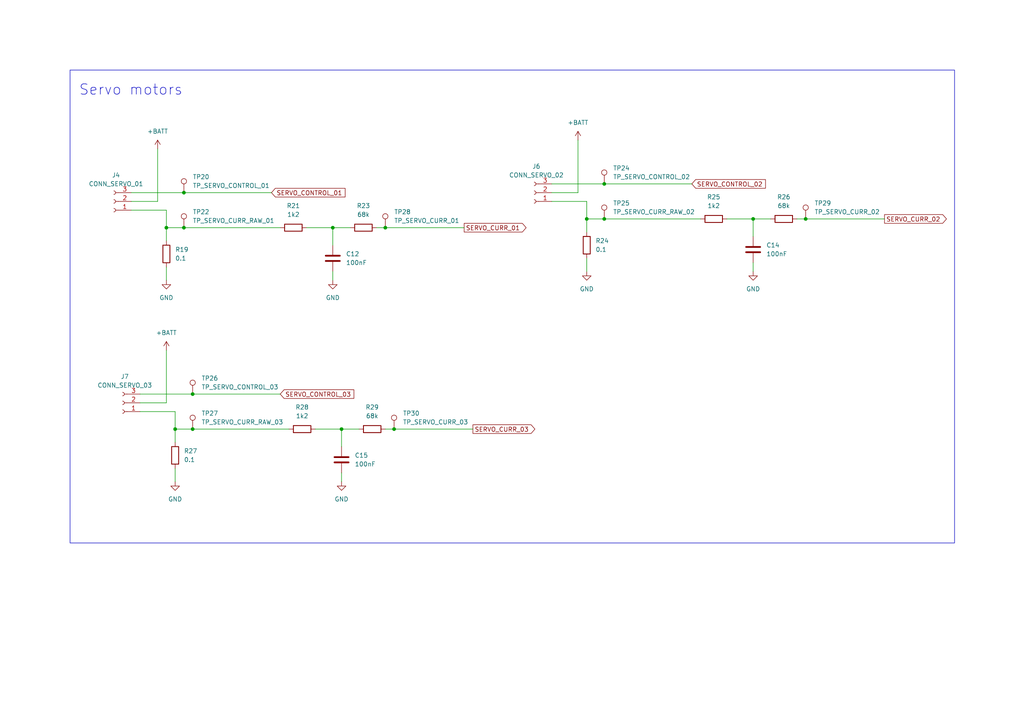
<source format=kicad_sch>
(kicad_sch (version 20230121) (generator eeschema)
  (paper "A4")
  (lib_symbols
    (symbol "Connector:Conn_01x03_Socket" (pin_names (offset 1.016) hide)
      (property "Reference" "J" (at 0 5.08 0))
      (property "Value" "Conn_01x03_Socket" (at 0 -5.08 0))
      (symbol "Conn_01x03_Socket_1_1"
        (arc (start 0 -2.032) (mid -0.5058 -2.54) (end 0 -3.048) (stroke (width 0.1524)))
        (polyline (pts (xy -1.27 -2.54) (xy -0.508 -2.54)) (stroke (width 0.1524)))
        (polyline (pts (xy -1.27 0) (xy -0.508 0)) (stroke (width 0.1524)))
        (polyline (pts (xy -1.27 2.54) (xy -0.508 2.54)) (stroke (width 0.1524)))
        (arc (start 0 0.508) (mid -0.5058 0) (end 0 -0.508) (stroke (width 0.1524)))
        (arc (start 0 3.048) (mid -0.5058 2.54) (end 0 2.032) (stroke (width 0.1524)))
        (pin passive line (at -5.08 2.54 0) (length 3.81) (name "Pin_1") (number "1"))
        (pin passive line (at -5.08 0 0) (length 3.81) (name "Pin_2") (number "2"))
        (pin passive line (at -5.08 -2.54 0) (length 3.81) (name "Pin_3") (number "3"))
      )
    )
    (symbol "Connector:TestPoint" (pin_numbers hide) (pin_names (offset 0.762) hide)
      (property "Reference" "TP" (at 0 6.858 0))
      (property "Value" "TestPoint" (at 0 5.08 0))
      (symbol "TestPoint_0_1"
        (circle (center 0 3.302) (radius 0.762))
      )
      (symbol "TestPoint_1_1"
        (pin passive line (at 0 0 90) (length 2.54) (name "1") (number "1"))
      )
    )
    (symbol "Device:C" (pin_numbers hide) (pin_names (offset 0.254))
      (property "Reference" "C" (at 0.635 2.54 0))
      (property "Value" "C" (at 0.635 -2.54 0))
      (symbol "C_0_1"
        (polyline (pts (xy -2.032 -0.762) (xy 2.032 -0.762)) (stroke (width 0.508)))
        (polyline (pts (xy -2.032 0.762) (xy 2.032 0.762)) (stroke (width 0.508)))
      )
      (symbol "C_1_1"
        (pin passive line (at 0 3.81 270) (length 2.794) (name "~") (number "1"))
        (pin passive line (at 0 -3.81 90) (length 2.794) (name "~") (number "2"))
      )
    )
    (symbol "Device:R" (pin_numbers hide) (pin_names (offset 0))
      (property "Reference" "R" (at 2.032 0 90))
      (property "Value" "R" (at 0 0 90))
      (symbol "R_0_1"
        (rectangle (start -1.016 -2.54) (end 1.016 2.54) (stroke (width 0.254)))
      )
      (symbol "R_1_1"
        (pin passive line (at 0 3.81 270) (length 1.27) (name "~") (number "1"))
        (pin passive line (at 0 -3.81 90) (length 1.27) (name "~") (number "2"))
      )
    )
    (symbol "power:+BATT" (power) (pin_names (offset 0))
      (property "Value" "+BATT" (at 0 3.556 0))
      (symbol "+BATT_0_1"
        (polyline (pts (xy -0.762 1.27) (xy 0 2.54)))
        (polyline (pts (xy 0 0) (xy 0 2.54)))
        (polyline (pts (xy 0 2.54) (xy 0.762 1.27)))
      )
      (symbol "+BATT_1_1"
        (pin power_in line (at 0 0 90) (length 0) hide (name "+BATT") (number "1"))
      )
    )
    (symbol "power:GND" (power) (pin_names (offset 0))
      (property "Value" "GND" (at 0 -3.81 0))
      (symbol "GND_0_1"
        (polyline (pts (xy 0 0) (xy 0 -1.27) (xy 1.27 -1.27) (xy 0 -2.54) (xy -1.27 -1.27) (xy 0 -1.27)))
      )
      (symbol "GND_1_1"
        (pin power_in line (at 0 0 270) (length 0) hide (name "GND") (number "1"))
      )
    )
  )
  (junction (at 170.18 63.5))
  (junction (at 96.52 66.04))
  (junction (at 111.76 66.04))
  (junction (at 48.26 66.04))
  (junction (at 233.68 63.5))
  (junction (at 175.26 53.34))
  (junction (at 53.34 66.04))
  (junction (at 53.34 55.88))
  (junction (at 55.88 124.46))
  (junction (at 50.8 124.46))
  (junction (at 175.26 63.5))
  (junction (at 114.3 124.46))
  (junction (at 99.06 124.46))
  (junction (at 55.88 114.3))
  (junction (at 218.44 63.5))
  (wire (pts (xy 48.26 77.47) (xy 48.26 81.28)))
  (wire (pts (xy 170.18 63.5) (xy 175.26 63.5)))
  (wire (pts (xy 175.26 53.34) (xy 200.66 53.34)))
  (wire (pts (xy 48.26 60.96) (xy 48.26 66.04)))
  (wire (pts (xy 170.18 74.93) (xy 170.18 78.74)))
  (wire (pts (xy 114.3 124.46) (xy 137.16 124.46)))
  (wire (pts (xy 40.64 116.84) (xy 48.26 116.84)))
  (wire (pts (xy 45.72 58.42) (xy 45.72 43.18)))
  (wire (pts (xy 55.88 124.46) (xy 83.82 124.46)))
  (wire (pts (xy 96.52 78.74) (xy 96.52 81.28)))
  (wire (pts (xy 91.44 124.46) (xy 99.06 124.46)))
  (wire (pts (xy 170.18 63.5) (xy 170.18 67.31)))
  (wire (pts (xy 170.18 58.42) (xy 170.18 63.5)))
  (wire (pts (xy 160.02 53.34) (xy 175.26 53.34)))
  (wire (pts (xy 50.8 124.46) (xy 50.8 128.27)))
  (wire (pts (xy 99.06 124.46) (xy 99.06 129.54)))
  (wire (pts (xy 40.64 114.3) (xy 55.88 114.3)))
  (wire (pts (xy 38.1 60.96) (xy 48.26 60.96)))
  (wire (pts (xy 50.8 119.38) (xy 50.8 124.46)))
  (wire (pts (xy 109.22 66.04) (xy 111.76 66.04)))
  (wire (pts (xy 233.68 63.5) (xy 256.54 63.5)))
  (wire (pts (xy 218.44 63.5) (xy 223.52 63.5)))
  (wire (pts (xy 160.02 58.42) (xy 170.18 58.42)))
  (wire (pts (xy 175.26 63.5) (xy 203.2 63.5)))
  (wire (pts (xy 40.64 119.38) (xy 50.8 119.38)))
  (wire (pts (xy 218.44 76.2) (xy 218.44 78.74)))
  (wire (pts (xy 48.26 66.04) (xy 53.34 66.04)))
  (wire (pts (xy 96.52 66.04) (xy 96.52 71.12)))
  (wire (pts (xy 111.76 124.46) (xy 114.3 124.46)))
  (wire (pts (xy 88.9 66.04) (xy 96.52 66.04)))
  (wire (pts (xy 50.8 135.89) (xy 50.8 139.7)))
  (wire (pts (xy 160.02 55.88) (xy 167.64 55.88)))
  (wire (pts (xy 167.64 55.88) (xy 167.64 40.64)))
  (wire (pts (xy 218.44 63.5) (xy 218.44 68.58)))
  (wire (pts (xy 48.26 66.04) (xy 48.26 69.85)))
  (wire (pts (xy 53.34 55.88) (xy 78.74 55.88)))
  (wire (pts (xy 96.52 66.04) (xy 101.6 66.04)))
  (wire (pts (xy 99.06 124.46) (xy 104.14 124.46)))
  (wire (pts (xy 38.1 58.42) (xy 45.72 58.42)))
  (wire (pts (xy 50.8 124.46) (xy 55.88 124.46)))
  (wire (pts (xy 48.26 116.84) (xy 48.26 101.6)))
  (wire (pts (xy 210.82 63.5) (xy 218.44 63.5)))
  (wire (pts (xy 99.06 137.16) (xy 99.06 139.7)))
  (wire (pts (xy 231.14 63.5) (xy 233.68 63.5)))
  (wire (pts (xy 55.88 114.3) (xy 81.28 114.3)))
  (wire (pts (xy 38.1 55.88) (xy 53.34 55.88)))
  (wire (pts (xy 53.34 66.04) (xy 81.28 66.04)))
  (wire (pts (xy 111.76 66.04) (xy 134.62 66.04)))
  (rectangle (start 20.32 20.32) (end 276.86 157.48))
  (text "Servo motors" (at 22.86 27.94 0) (effects (font (size 3 3)) (justify left bottom)))
  (global_label "SERVO_CONTROL_03" (shape input) (at 81.28 114.3 0) (property "Intersheetrefs" "${INTERSHEET_REFS}" (effects hide)))
  (global_label "SERVO_CURR_01" (shape output) (at 134.62 66.04 0) (property "Intersheetrefs" "${INTERSHEET_REFS}" (effects hide)))
  (global_label "SERVO_CURR_02" (shape output) (at 256.54 63.5 0) (property "Intersheetrefs" "${INTERSHEET_REFS}" (effects hide)))
  (global_label "SERVO_CONTROL_01" (shape input) (at 78.74 55.88 0) (property "Intersheetrefs" "${INTERSHEET_REFS}" (effects hide)))
  (global_label "SERVO_CONTROL_02" (shape input) (at 200.66 53.34 0) (property "Intersheetrefs" "${INTERSHEET_REFS}" (effects hide)))
  (global_label "SERVO_CURR_03" (shape output) (at 137.16 124.46 0) (property "Intersheetrefs" "${INTERSHEET_REFS}" (effects hide)))
  (symbol (lib_id "Device:C") (at 218.44 72.39 0) (unit 1)
    (property "Reference" "C14" (at 222.25 71.12 0) (effects (justify left)))
    (property "Value" "100nF" (at 222.25 73.66 0) (effects (justify left)))
    (property "Footprint" "Capacitor_THT:C_Disc_D3.8mm_W2.6mm_P2.50mm" (effects hide))
  )
  (symbol (lib_id "Device:R") (at 87.63 124.46 90) (unit 1)
    (property "Reference" "R28" (at 87.63 118.11 90))
    (property "Value" "1k2" (at 87.63 120.65 90))
    (property "Footprint" "Resistor_THT:R_Axial_DIN0207_L6.3mm_D2.5mm_P7.62mm_Horizontal" (effects hide))
  )
  (symbol (lib_id "Connector:TestPoint") (at 233.68 63.5 0) (unit 1)
    (property "Reference" "TP29" (at 236.22 58.928 0) (effects (justify left)))
    (property "Value" "TP_SERVO_CURR_02" (at 236.22 61.468 0) (effects (justify left)))
    (property "Footprint" "TestPoint:TestPoint_Pad_D2.5mm" (effects hide))
  )
  (symbol (lib_id "Device:R") (at 107.95 124.46 90) (unit 1)
    (property "Reference" "R29" (at 107.95 118.11 90))
    (property "Value" "68k" (at 107.95 120.65 90))
    (property "Footprint" "Resistor_THT:R_Axial_DIN0207_L6.3mm_D2.5mm_P7.62mm_Horizontal" (effects hide))
  )
  (symbol (lib_id "Connector:TestPoint") (at 175.26 63.5 0) (unit 1)
    (property "Reference" "TP25" (at 177.8 58.928 0) (effects (justify left)))
    (property "Value" "TP_SERVO_CURR_RAW_02" (at 177.8 61.468 0) (effects (justify left)))
    (property "Footprint" "TestPoint:TestPoint_Pad_D2.5mm" (effects hide))
  )
  (symbol (lib_id "Connector:TestPoint") (at 111.76 66.04 0) (unit 1)
    (property "Reference" "TP28" (at 114.3 61.468 0) (effects (justify left)))
    (property "Value" "TP_SERVO_CURR_01" (at 114.3 64.008 0) (effects (justify left)))
    (property "Footprint" "TestPoint:TestPoint_Pad_D2.5mm" (effects hide))
  )
  (symbol (lib_id "Device:R") (at 170.18 71.12 0) (unit 1)
    (property "Reference" "R24" (at 172.72 69.85 0) (effects (justify left)))
    (property "Value" "0.1" (at 172.72 72.39 0) (effects (justify left)))
    (property "Footprint" "Resistor_THT:R_Axial_DIN0922_L20.0mm_D9.0mm_P30.48mm_Horizontal" (effects hide))
  )
  (symbol (lib_id "Connector:TestPoint") (at 175.26 53.34 0) (unit 1)
    (property "Reference" "TP24" (at 177.8 48.768 0) (effects (justify left)))
    (property "Value" "TP_SERVO_CONTROL_02" (at 177.8 51.308 0) (effects (justify left)))
    (property "Footprint" "TestPoint:TestPoint_Pad_D2.5mm" (effects hide))
  )
  (symbol (lib_id "Device:C") (at 99.06 133.35 0) (unit 1)
    (property "Reference" "C15" (at 102.87 132.08 0) (effects (justify left)))
    (property "Value" "100nF" (at 102.87 134.62 0) (effects (justify left)))
    (property "Footprint" "Capacitor_THT:C_Disc_D3.8mm_W2.6mm_P2.50mm" (effects hide))
  )
  (symbol (lib_id "Device:R") (at 48.26 73.66 0) (unit 1)
    (property "Reference" "R19" (at 50.8 72.39 0) (effects (justify left)))
    (property "Value" "0.1" (at 50.8 74.93 0) (effects (justify left)))
    (property "Footprint" "Resistor_THT:R_Axial_DIN0922_L20.0mm_D9.0mm_P30.48mm_Horizontal" (effects hide))
  )
  (symbol (lib_id "Device:R") (at 227.33 63.5 90) (unit 1)
    (property "Reference" "R26" (at 227.33 57.15 90))
    (property "Value" "68k" (at 227.33 59.69 90))
    (property "Footprint" "Resistor_THT:R_Axial_DIN0207_L6.3mm_D2.5mm_P7.62mm_Horizontal" (effects hide))
  )
  (symbol (lib_id "power:GND") (at 48.26 81.28 0) (unit 1)
    (property "Reference" "#PWR019" (effects hide))
    (property "Value" "GND" (at 48.26 86.36 0))
  )
  (symbol (lib_id "Device:R") (at 207.01 63.5 90) (unit 1)
    (property "Reference" "R25" (at 207.01 57.15 90))
    (property "Value" "1k2" (at 207.01 59.69 90))
    (property "Footprint" "Resistor_THT:R_Axial_DIN0207_L6.3mm_D2.5mm_P7.62mm_Horizontal" (effects hide))
  )
  (symbol (lib_id "power:GND") (at 218.44 78.74 0) (unit 1)
    (property "Reference" "#PWR025" (effects hide))
    (property "Value" "GND" (at 218.44 83.82 0))
  )
  (symbol (lib_id "Device:C") (at 96.52 74.93 0) (unit 1)
    (property "Reference" "C12" (at 100.33 73.66 0) (effects (justify left)))
    (property "Value" "100nF" (at 100.33 76.2 0) (effects (justify left)))
    (property "Footprint" "Capacitor_THT:C_Disc_D3.8mm_W2.6mm_P2.50mm" (effects hide))
  )
  (symbol (lib_id "power:+BATT") (at 48.26 101.6 0) (unit 1)
    (property "Reference" "#PWR026" (effects hide))
    (property "Value" "+BATT" (at 48.26 96.52 0))
  )
  (symbol (lib_id "power:GND") (at 50.8 139.7 0) (unit 1)
    (property "Reference" "#PWR027" (effects hide))
    (property "Value" "GND" (at 50.8 144.78 0))
  )
  (symbol (lib_id "Connector:Conn_01x03_Socket") (at 33.02 58.42 180) (unit 1)
    (property "Reference" "J4" (at 33.655 50.8 0))
    (property "Value" "CONN_SERVO_01" (at 33.655 53.34 0))
    (property "Footprint" "Connector_JST:JST_XA_B03B-XASK-1_1x03_P2.50mm_Vertical" (effects hide))
  )
  (symbol (lib_id "Connector:Conn_01x03_Socket") (at 154.94 55.88 180) (unit 1)
    (property "Reference" "J6" (at 155.575 48.26 0))
    (property "Value" "CONN_SERVO_02" (at 155.575 50.8 0))
    (property "Footprint" "Connector_JST:JST_XA_B03B-XASK-1_1x03_P2.50mm_Vertical" (effects hide))
  )
  (symbol (lib_id "power:GND") (at 99.06 139.7 0) (unit 1)
    (property "Reference" "#PWR028" (effects hide))
    (property "Value" "GND" (at 99.06 144.78 0))
  )
  (symbol (lib_id "Device:R") (at 50.8 132.08 0) (unit 1)
    (property "Reference" "R27" (at 53.34 130.81 0) (effects (justify left)))
    (property "Value" "0.1" (at 53.34 133.35 0) (effects (justify left)))
    (property "Footprint" "Resistor_THT:R_Axial_DIN0922_L20.0mm_D9.0mm_P30.48mm_Horizontal" (effects hide))
  )
  (symbol (lib_id "Connector:TestPoint") (at 55.88 124.46 0) (unit 1)
    (property "Reference" "TP27" (at 58.42 119.888 0) (effects (justify left)))
    (property "Value" "TP_SERVO_CURR_RAW_03" (at 58.42 122.428 0) (effects (justify left)))
    (property "Footprint" "TestPoint:TestPoint_Pad_D2.5mm" (effects hide))
  )
  (symbol (lib_id "power:GND") (at 96.52 81.28 0) (unit 1)
    (property "Reference" "#PWR022" (effects hide))
    (property "Value" "GND" (at 96.52 86.36 0))
  )
  (symbol (lib_id "Device:R") (at 85.09 66.04 90) (unit 1)
    (property "Reference" "R21" (at 85.09 59.69 90))
    (property "Value" "1k2" (at 85.09 62.23 90))
    (property "Footprint" "Resistor_THT:R_Axial_DIN0207_L6.3mm_D2.5mm_P7.62mm_Horizontal" (effects hide))
  )
  (symbol (lib_id "Connector:TestPoint") (at 53.34 66.04 0) (unit 1)
    (property "Reference" "TP22" (at 55.88 61.468 0) (effects (justify left)))
    (property "Value" "TP_SERVO_CURR_RAW_01" (at 55.88 64.008 0) (effects (justify left)))
    (property "Footprint" "TestPoint:TestPoint_Pad_D2.5mm" (effects hide))
  )
  (symbol (lib_id "power:+BATT") (at 167.64 40.64 0) (unit 1)
    (property "Reference" "#PWR023" (effects hide))
    (property "Value" "+BATT" (at 167.64 35.56 0))
  )
  (symbol (lib_id "power:GND") (at 170.18 78.74 0) (unit 1)
    (property "Reference" "#PWR024" (effects hide))
    (property "Value" "GND" (at 170.18 83.82 0))
  )
  (symbol (lib_id "Connector:TestPoint") (at 55.88 114.3 0) (unit 1)
    (property "Reference" "TP26" (at 58.42 109.728 0) (effects (justify left)))
    (property "Value" "TP_SERVO_CONTROL_03" (at 58.42 112.268 0) (effects (justify left)))
    (property "Footprint" "TestPoint:TestPoint_Pad_D2.5mm" (effects hide))
  )
  (symbol (lib_id "Device:R") (at 105.41 66.04 90) (unit 1)
    (property "Reference" "R23" (at 105.41 59.69 90))
    (property "Value" "68k" (at 105.41 62.23 90))
    (property "Footprint" "Resistor_THT:R_Axial_DIN0207_L6.3mm_D2.5mm_P7.62mm_Horizontal" (effects hide))
  )
  (symbol (lib_id "Connector:TestPoint") (at 53.34 55.88 0) (unit 1)
    (property "Reference" "TP20" (at 55.88 51.308 0) (effects (justify left)))
    (property "Value" "TP_SERVO_CONTROL_01" (at 55.88 53.848 0) (effects (justify left)))
    (property "Footprint" "TestPoint:TestPoint_Pad_D2.5mm" (effects hide))
  )
  (symbol (lib_id "power:+BATT") (at 45.72 43.18 0) (unit 1)
    (property "Reference" "#PWR021" (effects hide))
    (property "Value" "+BATT" (at 45.72 38.1 0))
  )
  (symbol (lib_id "Connector:TestPoint") (at 114.3 124.46 0) (unit 1)
    (property "Reference" "TP30" (at 116.84 119.888 0) (effects (justify left)))
    (property "Value" "TP_SERVO_CURR_03" (at 116.84 122.428 0) (effects (justify left)))
    (property "Footprint" "TestPoint:TestPoint_Pad_D2.5mm" (effects hide))
  )
  (symbol (lib_id "Connector:Conn_01x03_Socket") (at 35.56 116.84 180) (unit 1)
    (property "Reference" "J7" (at 36.195 109.22 0))
    (property "Value" "CONN_SERVO_03" (at 36.195 111.76 0))
    (property "Footprint" "Connector_JST:JST_XA_B03B-XASK-1_1x03_P2.50mm_Vertical" (effects hide))
  )
)
</source>
